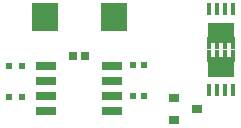
<source format=gbp>
G04*
G04 #@! TF.GenerationSoftware,Altium Limited,Altium Designer,22.4.2 (48)*
G04*
G04 Layer_Color=128*
%FSLAX25Y25*%
%MOIN*%
G70*
G04*
G04 #@! TF.SameCoordinates,973ADB7D-B351-4DEC-92AE-D0A835D2328F*
G04*
G04*
G04 #@! TF.FilePolarity,Positive*
G04*
G01*
G75*
%ADD13R,0.07008X0.02835*%
%ADD14R,0.01595X0.03898*%
%ADD15R,0.08799X0.06791*%
%ADD16R,0.02362X0.02362*%
%ADD18R,0.02992X0.02835*%
%ADD19R,0.08661X0.09252*%
%ADD20R,0.02165X0.02165*%
%ADD32R,0.03543X0.03150*%
D13*
X-26713Y-16555D02*
D03*
Y-11555D02*
D03*
Y-6555D02*
D03*
Y-1555D02*
D03*
X-4783Y-16555D02*
D03*
Y-11555D02*
D03*
Y-6555D02*
D03*
Y-1555D02*
D03*
D14*
X27598Y6161D02*
D03*
X30197D02*
D03*
X32795D02*
D03*
X35394D02*
D03*
Y17461D02*
D03*
X32795D02*
D03*
X30197D02*
D03*
X27598D02*
D03*
X35394Y1713D02*
D03*
X32795D02*
D03*
X30197D02*
D03*
X27598D02*
D03*
Y-9587D02*
D03*
X30197D02*
D03*
X32795D02*
D03*
X35394D02*
D03*
D15*
X31496Y9616D02*
D03*
Y-1742D02*
D03*
D16*
X-34941Y-11811D02*
D03*
X-39075D02*
D03*
X-34941Y-1575D02*
D03*
X-39075D02*
D03*
D18*
X-13819Y1969D02*
D03*
X-17677D02*
D03*
D19*
X-27264Y14961D02*
D03*
X-4232D02*
D03*
D20*
X5709Y-1181D02*
D03*
X2165D02*
D03*
X5709Y-11417D02*
D03*
X2165D02*
D03*
D32*
X15695Y-12061D02*
D03*
Y-19541D02*
D03*
X23569Y-15801D02*
D03*
M02*

</source>
